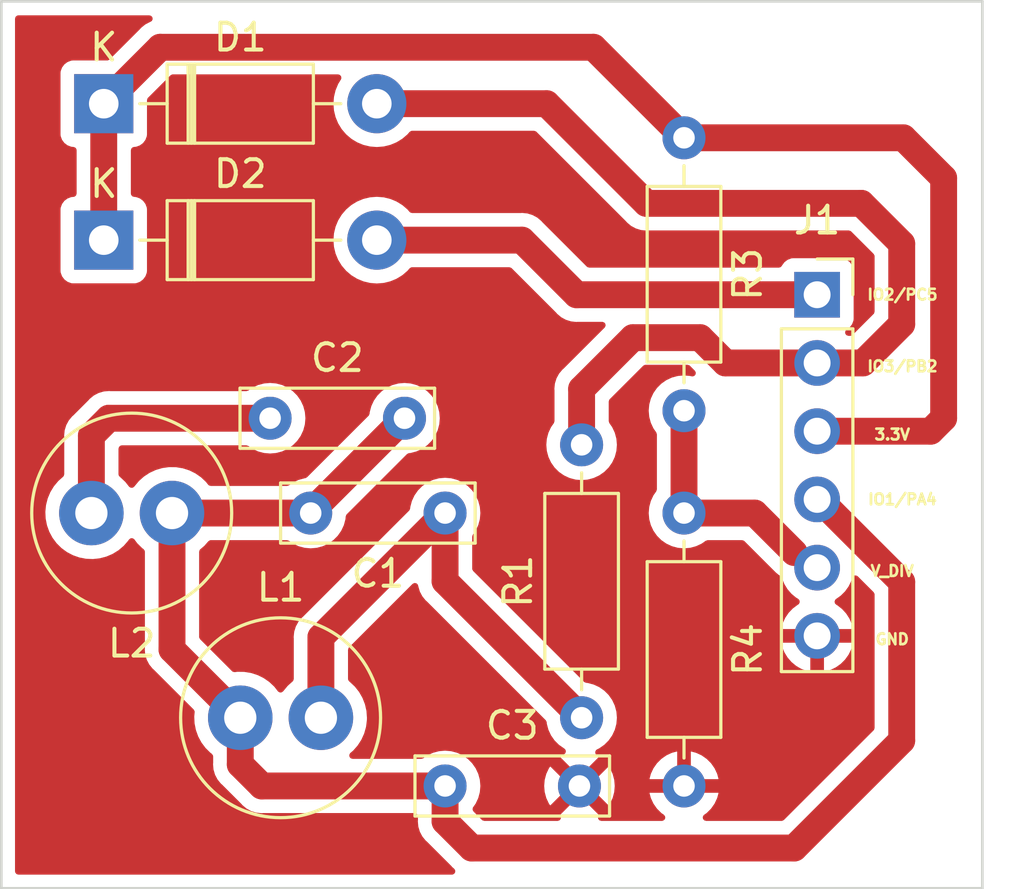
<source format=kicad_pcb>
(kicad_pcb (version 20211014) (generator pcbnew)
  (layers (0 "F.Cu" signal) (31 "B.Cu" power) (34 "B.Paste" user) (35 "F.Paste" user) (36 "B.SilkS" user "B.Silkscreen") (37 "F.SilkS" user "F.Silkscreen") (38 "B.Mask" user) (39 "F.Mask" user) (44 "Edge.Cuts" user))
  (net 0 "")
  (net 1 "Net-(C1-Pad1)")
  (net 2 "IO1{slash}PA4")
  (net 3 "Net-(C2-Pad1)")
  (net 4 "GND")
  (net 5 "+3.3V")
  (net 6 "IO3{slash}PB2")
  (net 7 "IO2{slash}PC5")
  (net 8 "V_DIV")
  (footprint "Capacitor_THT:C_Rect_L7.0mm_W2.0mm_P5.00mm" (layer "F.Cu") (at 77.31 75.21)
    (fp_text reference "C2" (at 2.5 -2.25) (layer "F.SilkS"))
    (fp_text value "220pF")
    (fp_line (start -1.12 -1.12) (end -1.12 1.12) (layer "F.SilkS") (width 0.12))
    (fp_line (start 6.12 -1.12) (end 6.12 1.12) (layer "F.SilkS") (width 0.12))
    (fp_line (start -1.12 1.12) (end 6.12 1.12) (layer "F.SilkS") (width 0.12))
    (fp_line (start -1.12 -1.12) (end 6.12 -1.12) (layer "F.SilkS") (width 0.12))
    (pad "1" thru_hole circle (at 0 0) (size 1.6 1.6) (drill 0.8) (layers *.Cu *.Mask) (net 3 "Net-(C2-Pad1)"))
    (pad "2" thru_hole circle (at 5 0) (size 1.6 1.6) (drill 0.8) (layers *.Cu *.Mask) (net 2 "IO1{slash}PA4"))
  )
  (footprint "Capacitor_THT:C_Rect_L7.0mm_W2.0mm_P5.00mm" (layer "F.Cu") (at 83.82 78.74 180)
    (fp_text reference "C1" (at 2.5 -2.25) (layer "F.SilkS"))
    (fp_text value "220pF")
    (fp_line (start -1.12 1.12) (end 6.12 1.12) (layer "F.SilkS") (width 0.12))
    (fp_line (start 6.12 -1.12) (end 6.12 1.12) (layer "F.SilkS") (width 0.12))
    (fp_line (start -1.12 -1.12) (end -1.12 1.12) (layer "F.SilkS") (width 0.12))
    (fp_line (start -1.12 -1.12) (end 6.12 -1.12) (layer "F.SilkS") (width 0.12))
    (pad "1" thru_hole circle (at 0 0 180) (size 1.6 1.6) (drill 0.8) (layers *.Cu *.Mask) (net 1 "Net-(C1-Pad1)"))
    (pad "2" thru_hole circle (at 5 0 180) (size 1.6 1.6) (drill 0.8) (layers *.Cu *.Mask) (net 2 "IO1{slash}PA4"))
  )
  (footprint "Diode_THT:D_DO-41_SOD81_P10.16mm_Horizontal" (layer "F.Cu") (at 71.12 68.58)
    (fp_text reference "D2" (at 5.08 -2.47) (layer "F.SilkS"))
    (fp_text value "1N5819")
    (fp_text user "K" (at 0 -2.1) (layer "F.SilkS"))
    (fp_line (start 7.8 1.47) (end 7.8 -1.47) (layer "F.SilkS") (width 0.12))
    (fp_line (start 3.26 -1.47) (end 3.26 1.47) (layer "F.SilkS") (width 0.12))
    (fp_line (start 2.36 -1.47) (end 2.36 1.47) (layer "F.SilkS") (width 0.12))
    (fp_line (start 7.8 -1.47) (end 2.36 -1.47) (layer "F.SilkS") (width 0.12))
    (fp_line (start 1.34 0) (end 2.36 0) (layer "F.SilkS") (width 0.12))
    (fp_line (start 3.14 -1.47) (end 3.14 1.47) (layer "F.SilkS") (width 0.12))
    (fp_line (start 8.82 0) (end 7.8 0) (layer "F.SilkS") (width 0.12))
    (fp_line (start 2.36 1.47) (end 7.8 1.47) (layer "F.SilkS") (width 0.12))
    (fp_line (start 3.38 -1.47) (end 3.38 1.47) (layer "F.SilkS") (width 0.12))
    (pad "1" thru_hole rect (at 0 0) (size 2.2 2.2) (drill 1.1) (layers *.Cu *.Mask) (net 5 "+3.3V"))
    (pad "2" thru_hole oval (at 10.16 0) (size 2.2 2.2) (drill 1.1) (layers *.Cu *.Mask) (net 7 "IO2{slash}PC5"))
  )
  (footprint "Resistor_THT:R_Axial_DIN0207_L6.3mm_D2.5mm_P10.16mm_Horizontal" (layer "F.Cu") (at 92.71 78.74 -90)
    (fp_text reference "R4" (at 5.08 -2.37 90) (layer "F.SilkS"))
    (fp_text value "22k")
    (fp_line (start 9.12 0) (end 8.35 0) (layer "F.SilkS") (width 0.12))
    (fp_line (start 8.35 -1.37) (end 1.81 -1.37) (layer "F.SilkS") (width 0.12))
    (fp_line (start 8.35 1.37) (end 8.35 -1.37) (layer "F.SilkS") (width 0.12))
    (fp_line (start 1.81 1.37) (end 8.35 1.37) (layer "F.SilkS") (width 0.12))
    (fp_line (start 1.04 0) (end 1.81 0) (layer "F.SilkS") (width 0.12))
    (fp_line (start 1.81 -1.37) (end 1.81 1.37) (layer "F.SilkS") (width 0.12))
    (pad "1" thru_hole circle (at 0 0 270) (size 1.6 1.6) (drill 0.8) (layers *.Cu *.Mask) (net 8 "V_DIV"))
    (pad "2" thru_hole oval (at 10.16 0 270) (size 1.6 1.6) (drill 0.8) (layers *.Cu *.Mask) (net 4 "GND"))
  )
  (footprint "Capacitor_THT:C_Rect_L7.0mm_W2.0mm_P5.00mm" (layer "F.Cu") (at 83.82 88.9)
    (fp_text reference "C3" (at 2.5 -2.25) (layer "F.SilkS"))
    (fp_text value "470nF")
    (fp_line (start -1.12 -1.12) (end -1.12 1.12) (layer "F.SilkS") (width 0.12))
    (fp_line (start -1.12 -1.12) (end 6.12 -1.12) (layer "F.SilkS") (width 0.12))
    (fp_line (start -1.12 1.12) (end 6.12 1.12) (layer "F.SilkS") (width 0.12))
    (fp_line (start 6.12 -1.12) (end 6.12 1.12) (layer "F.SilkS") (width 0.12))
    (pad "1" thru_hole circle (at 0 0) (size 1.6 1.6) (drill 0.8) (layers *.Cu *.Mask) (net 2 "IO1{slash}PA4"))
    (pad "2" thru_hole circle (at 5 0) (size 1.6 1.6) (drill 0.8) (layers *.Cu *.Mask) (net 4 "GND"))
  )
  (footprint "Diode_THT:D_DO-41_SOD81_P10.16mm_Horizontal" (layer "F.Cu") (at 71.12 63.5)
    (fp_text reference "D1" (at 5.08 -2.47) (layer "F.SilkS"))
    (fp_text value "1N5819")
    (fp_text user "K" (at 0 -2.1) (layer "F.SilkS"))
    (fp_line (start 3.14 -1.47) (end 3.14 1.47) (layer "F.SilkS") (width 0.12))
    (fp_line (start 3.38 -1.47) (end 3.38 1.47) (layer "F.SilkS") (width 0.12))
    (fp_line (start 7.8 1.47) (end 7.8 -1.47) (layer "F.SilkS") (width 0.12))
    (fp_line (start 2.36 -1.47) (end 2.36 1.47) (layer "F.SilkS") (width 0.12))
    (fp_line (start 7.8 -1.47) (end 2.36 -1.47) (layer "F.SilkS") (width 0.12))
    (fp_line (start 8.82 0) (end 7.8 0) (layer "F.SilkS") (width 0.12))
    (fp_line (start 1.34 0) (end 2.36 0) (layer "F.SilkS") (width 0.12))
    (fp_line (start 3.26 -1.47) (end 3.26 1.47) (layer "F.SilkS") (width 0.12))
    (fp_line (start 2.36 1.47) (end 7.8 1.47) (layer "F.SilkS") (width 0.12))
    (pad "1" thru_hole rect (at 0 0) (size 2.2 2.2) (drill 1.1) (layers *.Cu *.Mask) (net 5 "+3.3V"))
    (pad "2" thru_hole oval (at 10.16 0) (size 2.2 2.2) (drill 1.1) (layers *.Cu *.Mask) (net 6 "IO3{slash}PB2"))
  )
  (footprint "Resistor_THT:R_Axial_DIN0207_L6.3mm_D2.5mm_P10.16mm_Horizontal" (layer "F.Cu") (at 92.71 64.77 -90)
    (fp_text reference "R3" (at 5.08 -2.37 90) (layer "F.SilkS"))
    (fp_text value "20k")
    (fp_line (start 1.81 1.37) (end 8.35 1.37) (layer "F.SilkS") (width 0.12))
    (fp_line (start 8.35 1.37) (end 8.35 -1.37) (layer "F.SilkS") (width 0.12))
    (fp_line (start 1.81 -1.37) (end 1.81 1.37) (layer "F.SilkS") (width 0.12))
    (fp_line (start 9.12 0) (end 8.35 0) (layer "F.SilkS") (width 0.12))
    (fp_line (start 8.35 -1.37) (end 1.81 -1.37) (layer "F.SilkS") (width 0.12))
    (fp_line (start 1.04 0) (end 1.81 0) (layer "F.SilkS") (width 0.12))
    (pad "1" thru_hole circle (at 0 0 270) (size 1.6 1.6) (drill 0.8) (layers *.Cu *.Mask) (net 5 "+3.3V"))
    (pad "2" thru_hole oval (at 10.16 0 270) (size 1.6 1.6) (drill 0.8) (layers *.Cu *.Mask) (net 8 "V_DIV"))
  )
  (footprint "Inductor_THT:L_Radial_D7.2mm_P3.00mm_Murata_1700" (layer "F.Cu") (at 73.66 78.74 180)
    (fp_text reference "L2" (at 1.5 -4.85) (layer "F.SilkS"))
    (fp_text value "470uH")
    (fp_circle (center 1.5 0) (end 5.22 0) (layer "F.SilkS") (width 0.12) (fill none))
    (pad "1" thru_hole circle (at 0 0 180) (size 2.4 2.4) (drill 1.2) (layers *.Cu *.Mask) (net 2 "IO1{slash}PA4"))
    (pad "2" thru_hole circle (at 3 0 180) (size 2.4 2.4) (drill 1.2) (layers *.Cu *.Mask) (net 3 "Net-(C2-Pad1)"))
  )
  (footprint "Connector_PinSocket_2.54mm:PinSocket_1x06_P2.54mm_Vertical" (layer "F.Cu") (at 97.663 70.612)
    (fp_text reference "J1" (at 0 -2.77) (layer "F.SilkS"))
    (fp_text value "Conn_01x06_Female")
    (fp_line (start 0 -1.33) (end 1.33 -1.33) (layer "F.SilkS") (width 0.12))
    (fp_line (start -1.33 14.03) (end 1.33 14.03) (layer "F.SilkS") (width 0.12))
    (fp_line (start 1.33 1.27) (end 1.33 14.03) (layer "F.SilkS") (width 0.12))
    (fp_line (start 1.33 -1.33) (end 1.33 0) (layer "F.SilkS") (width 0.12))
    (fp_line (start -1.33 1.27) (end 1.33 1.27) (layer "F.SilkS") (width 0.12))
    (fp_line (start -1.33 1.27) (end -1.33 14.03) (layer "F.SilkS") (width 0.12))
    (pad "1" thru_hole rect (at 0 0) (size 1.7 1.7) (drill 1) (layers *.Cu *.Mask) (net 7 "IO2{slash}PC5"))
    (pad "2" thru_hole oval (at 0 2.54) (size 1.7 1.7) (drill 1) (layers *.Cu *.Mask) (net 6 "IO3{slash}PB2"))
    (pad "3" thru_hole oval (at 0 5.08) (size 1.7 1.7) (drill 1) (layers *.Cu *.Mask) (net 5 "+3.3V"))
    (pad "4" thru_hole oval (at 0 7.62) (size 1.7 1.7) (drill 1) (layers *.Cu *.Mask) (net 2 "IO1{slash}PA4"))
    (pad "5" thru_hole oval (at 0 10.16) (size 1.7 1.7) (drill 1) (layers *.Cu *.Mask) (net 8 "V_DIV"))
    (pad "6" thru_hole oval (at 0 12.7) (size 1.7 1.7) (drill 1) (layers *.Cu *.Mask) (net 4 "GND"))
  )
  (footprint "Inductor_THT:L_Radial_D7.2mm_P3.00mm_Murata_1700" (layer "F.Cu") (at 76.2 86.36)
    (fp_text reference "L1" (at 1.5 -4.85) (layer "F.SilkS"))
    (fp_text value "470uH")
    (fp_circle (center 1.5 0) (end 5.22 0) (layer "F.SilkS") (width 0.12) (fill none))
    (pad "1" thru_hole circle (at 0 0) (size 2.4 2.4) (drill 1.2) (layers *.Cu *.Mask) (net 2 "IO1{slash}PA4"))
    (pad "2" thru_hole circle (at 3 0) (size 2.4 2.4) (drill 1.2) (layers *.Cu *.Mask) (net 1 "Net-(C1-Pad1)"))
  )
  (footprint "Resistor_THT:R_Axial_DIN0207_L6.3mm_D2.5mm_P10.16mm_Horizontal" (layer "F.Cu") (at 88.9 86.36 90)
    (fp_text reference "R1" (at 5.08 -2.37 90) (layer "F.SilkS"))
    (fp_text value "150")
    (fp_line (start 8.35 1.37) (end 8.35 -1.37) (layer "F.SilkS") (width 0.12))
    (fp_line (start 1.04 0) (end 1.81 0) (layer "F.SilkS") (width 0.12))
    (fp_line (start 8.35 -1.37) (end 1.81 -1.37) (layer "F.SilkS") (width 0.12))
    (fp_line (start 1.81 1.37) (end 8.35 1.37) (layer "F.SilkS") (width 0.12))
    (fp_line (start 9.12 0) (end 8.35 0) (layer "F.SilkS") (width 0.12))
    (fp_line (start 1.81 -1.37) (end 1.81 1.37) (layer "F.SilkS") (width 0.12))
    (pad "1" thru_hole circle (at 0 0 90) (size 1.6 1.6) (drill 0.8) (layers *.Cu *.Mask) (net 1 "Net-(C1-Pad1)"))
    (pad "2" thru_hole oval (at 10.16 0 90) (size 1.6 1.6) (drill 0.8) (layers *.Cu *.Mask) (net 6 "IO3{slash}PB2"))
  )
  (gr_line (start 103.81 59.69) (end 103.81 92.71) (layer "Edge.Cuts") (width 0.1))
  (gr_line (start 67.31 92.71) (end 67.31 59.69) (layer "Edge.Cuts") (width 0.1))
  (gr_line (start 103.81 92.71) (end 67.31 92.71) (layer "Edge.Cuts") (width 0.1))
  (gr_line (start 67.31 59.69) (end 103.81 59.69) (layer "Edge.Cuts") (width 0.1))
  (gr_text "3.3V\n" (at 100.457 75.819) (layer "F.SilkS") (effects (font (size 0.4 0.4) (thickness 0.1))))
  (gr_text "IO1/PA4" (at 100.838 78.232) (layer "F.SilkS") (effects (font (size 0.4 0.4) (thickness 0.1))))
  (gr_text "GND" (at 100.457 83.439) (layer "F.SilkS") (effects (font (size 0.4 0.4) (thickness 0.1))))
  (gr_text "IO3/PB2" (at 100.838 73.279) (layer "F.SilkS") (effects (font (size 0.4 0.4) (thickness 0.1))))
  (gr_text "V_DIV\n" (at 100.457 80.899) (layer "F.SilkS") (effects (font (size 0.4 0.4) (thickness 0.1))))
  (gr_text "IO2/PC5" (at 100.838 70.612) (layer "F.SilkS") (effects (font (size 0.4 0.4) (thickness 0.1))))
  (segment (start 79.2 83.36) (end 83.82 78.74) (width 1) (layer "F.Cu") (net 1))
  (segment (start 79.2 86.36) (end 79.2 83.36) (width 1) (layer "F.Cu") (net 1))
  (segment (start 83.82 78.74) (end 83.82 81.28) (width 1) (layer "F.Cu") (net 1))
  (segment (start 83.82 81.28) (end 88.9 86.36) (width 1) (layer "F.Cu") (net 1))
  (segment (start 76.2 88.1) (end 77 88.9) (width 1) (layer "F.Cu") (net 2))
  (segment (start 84.81 91.21) (end 96.81 91.21) (width 1) (layer "F.Cu") (net 2))
  (segment (start 76.2 86.36) (end 76.2 88.1) (width 1) (layer "F.Cu") (net 2))
  (segment (start 100.81 87.21) (end 100.81 81.302704) (width 1) (layer "F.Cu") (net 2))
  (segment (start 83.82 90.22) (end 84.81 91.21) (width 1) (layer "F.Cu") (net 2))
  (segment (start 83.82 88.9) (end 83.82 90.22) (width 1) (layer "F.Cu") (net 2))
  (segment (start 78.82 78.7) (end 82.31 75.21) (width 1) (layer "F.Cu") (net 2))
  (segment (start 73.66 78.74) (end 78.82 78.74) (width 1) (layer "F.Cu") (net 2))
  (segment (start 100.81 81.302704) (end 97.739296 78.232) (width 1) (layer "F.Cu") (net 2))
  (segment (start 77 88.9) (end 83.82 88.9) (width 1) (layer "F.Cu") (net 2))
  (segment (start 78.82 78.74) (end 78.82 78.7) (width 1) (layer "F.Cu") (net 2))
  (segment (start 97.739296 78.232) (end 97.663 78.232) (width 1) (layer "F.Cu") (net 2))
  (segment (start 73.66 83.82) (end 76.2 86.36) (width 1) (layer "F.Cu") (net 2))
  (segment (start 73.66 78.74) (end 73.66 83.82) (width 1) (layer "F.Cu") (net 2))
  (segment (start 96.81 91.21) (end 100.81 87.21) (width 1) (layer "F.Cu") (net 2))
  (segment (start 71.31 75.21) (end 77.31 75.21) (width 1) (layer "F.Cu") (net 3))
  (segment (start 70.66 75.86) (end 71.31 75.21) (width 1) (layer "F.Cu") (net 3))
  (segment (start 70.66 78.74) (end 70.66 75.86) (width 1) (layer "F.Cu") (net 3))
  (segment (start 97.663 83.947) (end 97.663 83.312) (width 0.5) (layer "F.Cu") (net 4))
  (segment (start 89.34 61.4) (end 92.71 64.77) (width 1) (layer "F.Cu") (net 5))
  (segment (start 73.22 61.4) (end 89.34 61.4) (width 1) (layer "F.Cu") (net 5))
  (segment (start 71.12 68.58) (end 71.12 63.5) (width 1) (layer "F.Cu") (net 5))
  (segment (start 102.37 66.27) (end 102.37 75.21) (width 1) (layer "F.Cu") (net 5))
  (segment (start 71.12 63.5) (end 73.22 61.4) (width 1) (layer "F.Cu") (net 5))
  (segment (start 100.87 64.77) (end 102.37 66.27) (width 1) (layer "F.Cu") (net 5))
  (segment (start 101.888 75.692) (end 97.663 75.692) (width 1) (layer "F.Cu") (net 5))
  (segment (start 92.71 64.77) (end 100.87 64.77) (width 1) (layer "F.Cu") (net 5))
  (segment (start 102.37 75.21) (end 101.888 75.692) (width 1) (layer "F.Cu") (net 5))
  (segment (start 100.81 71.71) (end 99.368 73.152) (width 1) (layer "F.Cu") (net 6))
  (segment (start 88.9 74.12) (end 90.81 72.21) (width 1) (layer "F.Cu") (net 6))
  (segment (start 81.28 63.5) (end 87.6 63.5) (width 1) (layer "F.Cu") (net 6))
  (segment (start 87.6 63.5) (end 91.31 67.21) (width 1) (layer "F.Cu") (net 6))
  (segment (start 88.9 76.2) (end 88.9 74.12) (width 1) (layer "F.Cu") (net 6))
  (segment (start 93.31 72.21) (end 94.252 73.152) (width 1) (layer "F.Cu") (net 6))
  (segment (start 90.81 72.21) (end 93.31 72.21) (width 1) (layer "F.Cu") (net 6))
  (segment (start 99.368 73.152) (end 97.663 73.152) (width 1) (layer "F.Cu") (net 6))
  (segment (start 91.31 67.21) (end 99.31 67.21) (width 1) (layer "F.Cu") (net 6))
  (segment (start 94.252 73.152) (end 97.663 73.152) (width 1) (layer "F.Cu") (net 6))
  (segment (start 100.81 68.71) (end 100.81 71.71) (width 1) (layer "F.Cu") (net 6))
  (segment (start 99.31 67.21) (end 100.81 68.71) (width 1) (layer "F.Cu") (net 6))
  (segment (start 81.28 68.58) (end 86.68 68.58) (width 1) (layer "F.Cu") (net 7))
  (segment (start 88.712 70.612) (end 97.663 70.612) (width 1) (layer "F.Cu") (net 7))
  (segment (start 86.68 68.58) (end 88.712 70.612) (width 1) (layer "F.Cu") (net 7))
  (segment (start 95.34 78.74) (end 96.81 80.21) (width 1) (layer "F.Cu") (net 8))
  (segment (start 92.71 78.74) (end 92.71 74.93) (width 1) (layer "F.Cu") (net 8))
  (segment (start 92.71 78.74) (end 95.34 78.74) (width 1) (layer "F.Cu") (net 8))
  (zone (net 4) (net_name "GND") (layer "F.Cu") (connect_pads (clearance 0.508)) (min_thickness 0.254) (fill yes (thermal_gap 0.508) (thermal_bridge_width 0.508))
    (polygon (pts (xy 102.31 92.21) (xy 67.81 92.21) (xy 67.81 60.21) (xy 102.31 60.21)))
  )
)
</source>
